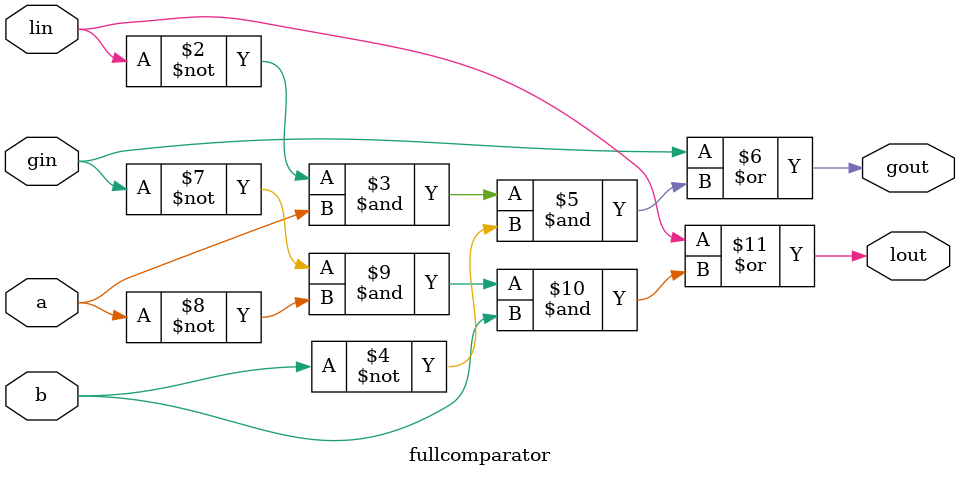
<source format=sv>
module test_comparator #(parameter N=4, SAMPLES = 100);
  logic [N-1:0] A, B, G, L;

  comparator #(.N(N)) dut(.a(A), .b(B), .gout(G), .lout(L));

    initial begin
      if(N > 32) $display("Warning: $urandom only returns 32 bits");
      repeat (SAMPLES) begin: loop
        A = $urandom;
        B = $urandom;
        #1 if (A>B) assert(G>L);
        else if (A<B) assert(G<L) ;
        else assert(G==L);
        $display("%6d: A: %b and B: %b yielded G: %b and L: %b", $time, A, B, G, L);
       end: loop
    end
endmodule: test_comparator

module comparator #(parameter N=4) (input [N-1:0] a, b, output [N-1:0] gout, lout);
  
  generate
    for (genvar i=0; i<N; i++) begin: stage
      logic gi, li, go, lo;
      if (i==0) assign gi = 1'b0;
      else	    assign gi = stage[i-1].go;
      if (i==0) assign li = 1'b0;		
      else 		assign li = stage[i-1].lo;
      fullcomparator fc(.gin(gi), .lin(li), .a(a[N-i-1]), .b(b[N-i-1]), .gout(go), .lout(lo));
      assign gout[N-i-1] = go;
      assign lout[N-i-1] = lo;
    end: stage
  endgenerate
  
endmodule: comparator

module fullcomparator(input gin, lin, a, b, output gout, lout);
    assign gout = gin | ~lin & a & ~b; 
    assign lout = lin | ~gin & ~a & b; 
endmodule: fullcomparator

</source>
